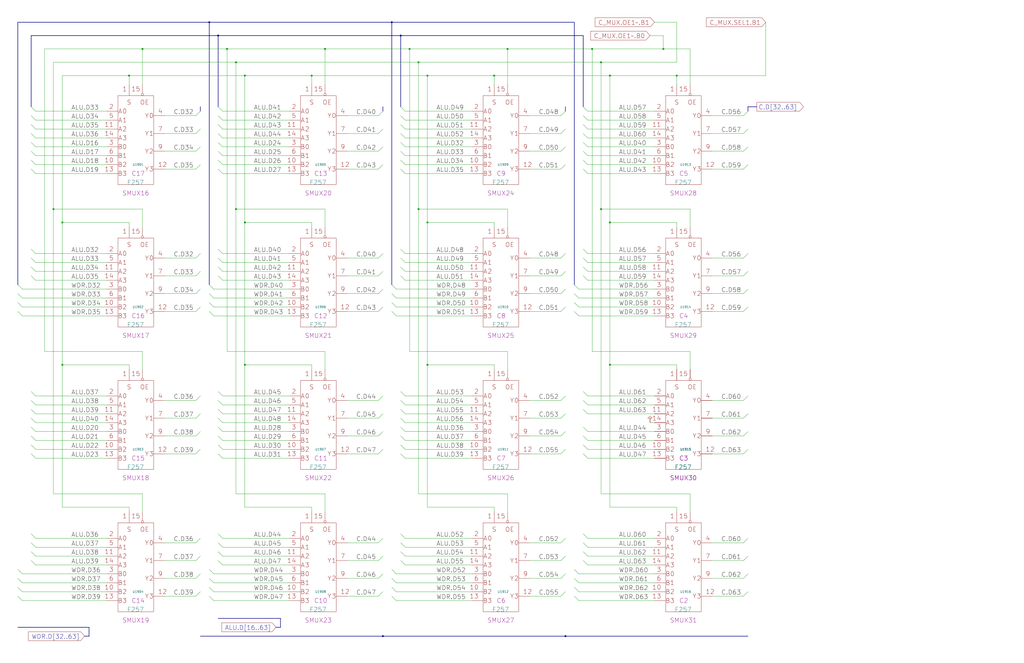
<source format=kicad_sch>
(kicad_sch (version 20210621) (generator eeschema)
  (paper "User" 584.2 378.46)
  (title_block (title "SHIFT MUX\\nLEAST SIGNIFICANT BITS") (date "22-MAR-90") (rev "1.0") (comment 1 "VALUE") (comment 2 "232-003063") (comment 3 "S400") (comment 4 "RELEASED"))
  (lib_symbols
    (symbol "r1000:F257" (pin_numbers hide) (pin_names (offset 1.016) hide)
      (property "Reference" "U" (at 2.54 5.08 0))
      (property "Value" "F257" (at -3.81 -5.08 0))
      (property "Location" "___" (at -1.27 0 0))
      (property "Name" "______" (at 1.27 -12.7 0))
      (symbol "F257_1_1"
        (text "0" (at -12.7 7.62 0) (effects (font (size 2.54 2.54))))
        (text "0" (at -5.08 15.24 0) (effects (font (size 2.54 2.54))))
        (text "0" (at -5.08 35.56 0) (effects (font (size 2.54 2.54))))
        (text "0" (at 10.16 33.02 0) (effects (font (size 2.54 2.54))))
        (text "1" (at -15.24 2.54 0) (effects (font (size 2.54 2.54))))
        (text "1" (at -15.24 7.62 0) (effects (font (size 2.54 2.54))))
        (text "1" (at -15.24 22.86 0) (effects (font (size 2.54 2.54))))
        (text "1" (at -15.24 27.94 0) (effects (font (size 2.54 2.54))))
        (text "1" (at -12.7 27.94 0) (effects (font (size 2.54 2.54))))
        (text "1" (at -5.08 10.16 0) (effects (font (size 2.54 2.54))))
        (text "1" (at -5.08 30.48 0) (effects (font (size 2.54 2.54))))
        (text "1" (at -5.08 48.26 0) (effects (font (size 2.54 2.54))))
        (text "1" (at 0 48.26 0) (effects (font (size 2.54 2.54))))
        (text "1" (at 10.16 22.86 0) (effects (font (size 2.54 2.54))))
        (text "1" (at 15.24 5.08 0) (effects (font (size 2.54 2.54))))
        (text "2" (at -12.7 38.1 0) (effects (font (size 2.54 2.54))))
        (text "2" (at -5.08 5.08 0) (effects (font (size 2.54 2.54))))
        (text "2" (at -5.08 25.4 0) (effects (font (size 2.54 2.54))))
        (text "2" (at 10.16 12.7 0) (effects (font (size 2.54 2.54))))
        (text "2" (at 17.78 5.08 0) (effects (font (size 2.54 2.54))))
        (text "3" (at -12.7 2.54 0) (effects (font (size 2.54 2.54))))
        (text "3" (at -12.7 17.78 0) (effects (font (size 2.54 2.54))))
        (text "3" (at -5.08 0 0) (effects (font (size 2.54 2.54))))
        (text "3" (at -5.08 20.32 0) (effects (font (size 2.54 2.54))))
        (text "3" (at 10.16 2.54 0) (effects (font (size 2.54 2.54))))
        (text "4" (at -12.7 22.86 0) (effects (font (size 2.54 2.54))))
        (text "4" (at 15.24 35.56 0) (effects (font (size 2.54 2.54))))
        (text "5" (at -12.7 33.02 0) (effects (font (size 2.54 2.54))))
        (text "5" (at 2.54 48.26 0) (effects (font (size 2.54 2.54))))
        (text "6" (at -12.7 12.7 0) (effects (font (size 2.54 2.54))))
        (text "7" (at 15.24 25.4 0) (effects (font (size 2.54 2.54))))
        (text "9" (at 15.24 15.24 0) (effects (font (size 2.54 2.54))))
        (text "A" (at -7.62 20.32 0) (effects (font (size 2.54 2.54))))
        (text "A" (at -7.62 25.4 0) (effects (font (size 2.54 2.54))))
        (text "A" (at -7.62 30.48 0) (effects (font (size 2.54 2.54))))
        (text "A" (at -7.62 35.56 0) (effects (font (size 2.54 2.54))))
        (text "B" (at -7.62 0 0) (effects (font (size 2.54 2.54))))
        (text "B" (at -7.62 5.08 0) (effects (font (size 2.54 2.54))))
        (text "B" (at -7.62 10.16 0) (effects (font (size 2.54 2.54))))
        (text "B" (at -7.62 15.24 0) (effects (font (size 2.54 2.54))))
        (text "E" (at 7.62 40.64 0) (effects (font (size 2.54 2.54))))
        (text "O" (at 5.08 40.64 0) (effects (font (size 2.54 2.54))))
        (text "S" (at -2.54 40.64 0) (effects (font (size 2.54 2.54))))
        (text "Y" (at 7.62 2.54 0) (effects (font (size 2.54 2.54))))
        (text "Y" (at 7.62 12.7 0) (effects (font (size 2.54 2.54))))
        (text "Y" (at 7.62 22.86 0) (effects (font (size 2.54 2.54))))
        (text "Y" (at 7.62 33.02 0) (effects (font (size 2.54 2.54))))
        (pin input line (at -2.54 50.8 270) (length 6.35) (name "S") (number "1"))
        (pin input line (at -15.24 5.08 0) (length 6.35) (name "B2") (number "10"))
        (pin input line (at -15.24 25.4 0) (length 6.35) (name "A2") (number "11"))
        (pin tri_state line (at 17.78 2.54 180) (length 6.35) (name "Y3") (number "12"))
        (pin input line (at -15.24 0 0) (length 6.35) (name "B3") (number "13"))
        (pin input line (at -15.24 20.32 0) (length 6.35) (name "A3") (number "14"))
        (pin input line (at 5.08 50.8 270) (length 5.08) (name "OE_") (number "15"))
        (pin input line (at -15.24 35.56 0) (length 6.35) (name "A0") (number "2"))
        (pin input line (at -15.24 15.24 0) (length 6.35) (name "B0") (number "3"))
        (pin tri_state line (at 17.78 33.02 180) (length 6.35) (name "Y0") (number "4"))
        (pin input line (at -15.24 30.48 0) (length 6.35) (name "A1") (number "5"))
        (pin input line (at -15.24 10.16 0) (length 6.35) (name "B1") (number "6"))
        (pin tri_state line (at 17.78 22.86 180) (length 6.35) (name "Y1") (number "7"))
        (pin tri_state line (at 17.78 12.7 180) (length 6.35) (name "Y2") (number "9"))
      )
    )
    (symbol "r1000:PU" (power) (pin_numbers hide) (pin_names hide)
      (symbol "PU_1_1"
        (pin power_in line (at 0 0 90) (length 2.54) (name "PU") (number "1"))
      )
    )
  )
  (junction (at 30.48 119.38))
  (junction (at 35.56 127))
  (junction (at 35.56 208.28))
  (junction (at 73.66 43.18))
  (junction (at 81.28 27.94))
  (junction (at 129.54 27.94))
  (junction (at 134.62 35.56))
  (junction (at 134.62 119.38))
  (junction (at 139.7 43.18))
  (junction (at 139.7 127))
  (junction (at 139.7 208.28))
  (junction (at 177.8 43.18))
  (junction (at 185.42 27.94))
  (junction (at 233.68 27.94))
  (junction (at 238.76 35.56))
  (junction (at 238.76 119.38))
  (junction (at 243.84 43.18))
  (junction (at 243.84 127))
  (junction (at 243.84 208.28))
  (junction (at 281.94 43.18))
  (junction (at 289.56 27.94))
  (junction (at 337.82 27.94))
  (junction (at 342.9 35.56))
  (junction (at 342.9 119.38))
  (junction (at 347.98 43.18))
  (junction (at 347.98 127))
  (junction (at 347.98 208.28))
  (junction (at 378.46 27.94))
  (junction (at 386.08 43.18))
  (junction (at 119.38 12.7))
  (junction (at 124.46 20.32))
  (junction (at 218.44 363.22))
  (junction (at 223.52 12.7))
  (junction (at 228.6 20.32))
  (junction (at 322.58 363.22))
  (bus_entry (at 10.16 162.56) (size 2.54 2.54))
  (bus_entry (at 10.16 167.64) (size 2.54 2.54))
  (bus_entry (at 10.16 172.72) (size 2.54 2.54))
  (bus_entry (at 10.16 177.8) (size 2.54 2.54))
  (bus_entry (at 10.16 325.12) (size 2.54 2.54))
  (bus_entry (at 10.16 330.2) (size 2.54 2.54))
  (bus_entry (at 10.16 335.28) (size 2.54 2.54))
  (bus_entry (at 10.16 340.36) (size 2.54 2.54))
  (bus_entry (at 17.78 60.96) (size 2.54 2.54))
  (bus_entry (at 17.78 66.04) (size 2.54 2.54))
  (bus_entry (at 17.78 71.12) (size 2.54 2.54))
  (bus_entry (at 17.78 76.2) (size 2.54 2.54))
  (bus_entry (at 17.78 81.28) (size 2.54 2.54))
  (bus_entry (at 17.78 86.36) (size 2.54 2.54))
  (bus_entry (at 17.78 91.44) (size 2.54 2.54))
  (bus_entry (at 17.78 96.52) (size 2.54 2.54))
  (bus_entry (at 17.78 142.24) (size 2.54 2.54))
  (bus_entry (at 17.78 147.32) (size 2.54 2.54))
  (bus_entry (at 17.78 152.4) (size 2.54 2.54))
  (bus_entry (at 17.78 157.48) (size 2.54 2.54))
  (bus_entry (at 17.78 223.52) (size 2.54 2.54))
  (bus_entry (at 17.78 228.6) (size 2.54 2.54))
  (bus_entry (at 17.78 233.68) (size 2.54 2.54))
  (bus_entry (at 17.78 238.76) (size 2.54 2.54))
  (bus_entry (at 17.78 243.84) (size 2.54 2.54))
  (bus_entry (at 17.78 248.92) (size 2.54 2.54))
  (bus_entry (at 17.78 254) (size 2.54 2.54))
  (bus_entry (at 17.78 259.08) (size 2.54 2.54))
  (bus_entry (at 17.78 304.8) (size 2.54 2.54))
  (bus_entry (at 17.78 309.88) (size 2.54 2.54))
  (bus_entry (at 17.78 314.96) (size 2.54 2.54))
  (bus_entry (at 17.78 320.04) (size 2.54 2.54))
  (bus_entry (at 114.3 63.5) (size -2.54 2.54))
  (bus_entry (at 114.3 73.66) (size -2.54 2.54))
  (bus_entry (at 114.3 83.82) (size -2.54 2.54))
  (bus_entry (at 114.3 93.98) (size -2.54 2.54))
  (bus_entry (at 114.3 144.78) (size -2.54 2.54))
  (bus_entry (at 114.3 154.94) (size -2.54 2.54))
  (bus_entry (at 114.3 165.1) (size -2.54 2.54))
  (bus_entry (at 114.3 175.26) (size -2.54 2.54))
  (bus_entry (at 114.3 226.06) (size -2.54 2.54))
  (bus_entry (at 114.3 236.22) (size -2.54 2.54))
  (bus_entry (at 114.3 246.38) (size -2.54 2.54))
  (bus_entry (at 114.3 256.54) (size -2.54 2.54))
  (bus_entry (at 114.3 307.34) (size -2.54 2.54))
  (bus_entry (at 114.3 317.5) (size -2.54 2.54))
  (bus_entry (at 114.3 327.66) (size -2.54 2.54))
  (bus_entry (at 114.3 337.82) (size -2.54 2.54))
  (bus_entry (at 119.38 162.56) (size 2.54 2.54))
  (bus_entry (at 119.38 167.64) (size 2.54 2.54))
  (bus_entry (at 119.38 172.72) (size 2.54 2.54))
  (bus_entry (at 119.38 177.8) (size 2.54 2.54))
  (bus_entry (at 119.38 325.12) (size 2.54 2.54))
  (bus_entry (at 119.38 330.2) (size 2.54 2.54))
  (bus_entry (at 119.38 335.28) (size 2.54 2.54))
  (bus_entry (at 119.38 340.36) (size 2.54 2.54))
  (bus_entry (at 124.46 60.96) (size 2.54 2.54))
  (bus_entry (at 124.46 66.04) (size 2.54 2.54))
  (bus_entry (at 124.46 71.12) (size 2.54 2.54))
  (bus_entry (at 124.46 76.2) (size 2.54 2.54))
  (bus_entry (at 124.46 81.28) (size 2.54 2.54))
  (bus_entry (at 124.46 86.36) (size 2.54 2.54))
  (bus_entry (at 124.46 91.44) (size 2.54 2.54))
  (bus_entry (at 124.46 96.52) (size 2.54 2.54))
  (bus_entry (at 124.46 142.24) (size 2.54 2.54))
  (bus_entry (at 124.46 147.32) (size 2.54 2.54))
  (bus_entry (at 124.46 152.4) (size 2.54 2.54))
  (bus_entry (at 124.46 157.48) (size 2.54 2.54))
  (bus_entry (at 124.46 223.52) (size 2.54 2.54))
  (bus_entry (at 124.46 228.6) (size 2.54 2.54))
  (bus_entry (at 124.46 233.68) (size 2.54 2.54))
  (bus_entry (at 124.46 238.76) (size 2.54 2.54))
  (bus_entry (at 124.46 243.84) (size 2.54 2.54))
  (bus_entry (at 124.46 248.92) (size 2.54 2.54))
  (bus_entry (at 124.46 254) (size 2.54 2.54))
  (bus_entry (at 124.46 259.08) (size 2.54 2.54))
  (bus_entry (at 124.46 304.8) (size 2.54 2.54))
  (bus_entry (at 124.46 309.88) (size 2.54 2.54))
  (bus_entry (at 124.46 314.96) (size 2.54 2.54))
  (bus_entry (at 124.46 320.04) (size 2.54 2.54))
  (bus_entry (at 218.44 63.5) (size -2.54 2.54))
  (bus_entry (at 218.44 73.66) (size -2.54 2.54))
  (bus_entry (at 218.44 83.82) (size -2.54 2.54))
  (bus_entry (at 218.44 93.98) (size -2.54 2.54))
  (bus_entry (at 218.44 144.78) (size -2.54 2.54))
  (bus_entry (at 218.44 154.94) (size -2.54 2.54))
  (bus_entry (at 218.44 165.1) (size -2.54 2.54))
  (bus_entry (at 218.44 175.26) (size -2.54 2.54))
  (bus_entry (at 218.44 226.06) (size -2.54 2.54))
  (bus_entry (at 218.44 236.22) (size -2.54 2.54))
  (bus_entry (at 218.44 246.38) (size -2.54 2.54))
  (bus_entry (at 218.44 256.54) (size -2.54 2.54))
  (bus_entry (at 218.44 307.34) (size -2.54 2.54))
  (bus_entry (at 218.44 317.5) (size -2.54 2.54))
  (bus_entry (at 218.44 327.66) (size -2.54 2.54))
  (bus_entry (at 218.44 337.82) (size -2.54 2.54))
  (bus_entry (at 223.52 162.56) (size 2.54 2.54))
  (bus_entry (at 223.52 167.64) (size 2.54 2.54))
  (bus_entry (at 223.52 172.72) (size 2.54 2.54))
  (bus_entry (at 223.52 177.8) (size 2.54 2.54))
  (bus_entry (at 223.52 325.12) (size 2.54 2.54))
  (bus_entry (at 223.52 330.2) (size 2.54 2.54))
  (bus_entry (at 223.52 335.28) (size 2.54 2.54))
  (bus_entry (at 223.52 340.36) (size 2.54 2.54))
  (bus_entry (at 228.6 60.96) (size 2.54 2.54))
  (bus_entry (at 228.6 66.04) (size 2.54 2.54))
  (bus_entry (at 228.6 71.12) (size 2.54 2.54))
  (bus_entry (at 228.6 76.2) (size 2.54 2.54))
  (bus_entry (at 228.6 81.28) (size 2.54 2.54))
  (bus_entry (at 228.6 86.36) (size 2.54 2.54))
  (bus_entry (at 228.6 91.44) (size 2.54 2.54))
  (bus_entry (at 228.6 96.52) (size 2.54 2.54))
  (bus_entry (at 228.6 142.24) (size 2.54 2.54))
  (bus_entry (at 228.6 147.32) (size 2.54 2.54))
  (bus_entry (at 228.6 152.4) (size 2.54 2.54))
  (bus_entry (at 228.6 157.48) (size 2.54 2.54))
  (bus_entry (at 228.6 223.52) (size 2.54 2.54))
  (bus_entry (at 228.6 228.6) (size 2.54 2.54))
  (bus_entry (at 228.6 233.68) (size 2.54 2.54))
  (bus_entry (at 228.6 238.76) (size 2.54 2.54))
  (bus_entry (at 228.6 243.84) (size 2.54 2.54))
  (bus_entry (at 228.6 248.92) (size 2.54 2.54))
  (bus_entry (at 228.6 254) (size 2.54 2.54))
  (bus_entry (at 228.6 259.08) (size 2.54 2.54))
  (bus_entry (at 228.6 304.8) (size 2.54 2.54))
  (bus_entry (at 228.6 309.88) (size 2.54 2.54))
  (bus_entry (at 228.6 314.96) (size 2.54 2.54))
  (bus_entry (at 228.6 320.04) (size 2.54 2.54))
  (bus_entry (at 322.58 63.5) (size -2.54 2.54))
  (bus_entry (at 322.58 73.66) (size -2.54 2.54))
  (bus_entry (at 322.58 83.82) (size -2.54 2.54))
  (bus_entry (at 322.58 93.98) (size -2.54 2.54))
  (bus_entry (at 322.58 144.78) (size -2.54 2.54))
  (bus_entry (at 322.58 154.94) (size -2.54 2.54))
  (bus_entry (at 322.58 165.1) (size -2.54 2.54))
  (bus_entry (at 322.58 175.26) (size -2.54 2.54))
  (bus_entry (at 322.58 226.06) (size -2.54 2.54))
  (bus_entry (at 322.58 236.22) (size -2.54 2.54))
  (bus_entry (at 322.58 246.38) (size -2.54 2.54))
  (bus_entry (at 322.58 256.54) (size -2.54 2.54))
  (bus_entry (at 322.58 307.34) (size -2.54 2.54))
  (bus_entry (at 322.58 317.5) (size -2.54 2.54))
  (bus_entry (at 322.58 327.66) (size -2.54 2.54))
  (bus_entry (at 322.58 337.82) (size -2.54 2.54))
  (bus_entry (at 327.66 162.56) (size 2.54 2.54))
  (bus_entry (at 327.66 167.64) (size 2.54 2.54))
  (bus_entry (at 327.66 172.72) (size 2.54 2.54))
  (bus_entry (at 327.66 177.8) (size 2.54 2.54))
  (bus_entry (at 327.66 325.12) (size 2.54 2.54))
  (bus_entry (at 327.66 330.2) (size 2.54 2.54))
  (bus_entry (at 327.66 335.28) (size 2.54 2.54))
  (bus_entry (at 327.66 340.36) (size 2.54 2.54))
  (bus_entry (at 332.74 60.96) (size 2.54 2.54))
  (bus_entry (at 332.74 66.04) (size 2.54 2.54))
  (bus_entry (at 332.74 71.12) (size 2.54 2.54))
  (bus_entry (at 332.74 76.2) (size 2.54 2.54))
  (bus_entry (at 332.74 81.28) (size 2.54 2.54))
  (bus_entry (at 332.74 86.36) (size 2.54 2.54))
  (bus_entry (at 332.74 91.44) (size 2.54 2.54))
  (bus_entry (at 332.74 96.52) (size 2.54 2.54))
  (bus_entry (at 332.74 142.24) (size 2.54 2.54))
  (bus_entry (at 332.74 147.32) (size 2.54 2.54))
  (bus_entry (at 332.74 152.4) (size 2.54 2.54))
  (bus_entry (at 332.74 157.48) (size 2.54 2.54))
  (bus_entry (at 332.74 223.52) (size 2.54 2.54))
  (bus_entry (at 332.74 228.6) (size 2.54 2.54))
  (bus_entry (at 332.74 233.68) (size 2.54 2.54))
  (bus_entry (at 332.74 243.84) (size 2.54 2.54))
  (bus_entry (at 332.74 248.92) (size 2.54 2.54))
  (bus_entry (at 332.74 254) (size 2.54 2.54))
  (bus_entry (at 332.74 259.08) (size 2.54 2.54))
  (bus_entry (at 332.74 304.8) (size 2.54 2.54))
  (bus_entry (at 332.74 309.88) (size 2.54 2.54))
  (bus_entry (at 332.74 314.96) (size 2.54 2.54))
  (bus_entry (at 332.74 320.04) (size 2.54 2.54))
  (bus_entry (at 426.72 63.5) (size -2.54 2.54))
  (bus_entry (at 426.72 73.66) (size -2.54 2.54))
  (bus_entry (at 426.72 83.82) (size -2.54 2.54))
  (bus_entry (at 426.72 93.98) (size -2.54 2.54))
  (bus_entry (at 426.72 144.78) (size -2.54 2.54))
  (bus_entry (at 426.72 154.94) (size -2.54 2.54))
  (bus_entry (at 426.72 165.1) (size -2.54 2.54))
  (bus_entry (at 426.72 175.26) (size -2.54 2.54))
  (bus_entry (at 426.72 226.06) (size -2.54 2.54))
  (bus_entry (at 426.72 236.22) (size -2.54 2.54))
  (bus_entry (at 426.72 246.38) (size -2.54 2.54))
  (bus_entry (at 426.72 256.54) (size -2.54 2.54))
  (bus_entry (at 426.72 307.34) (size -2.54 2.54))
  (bus_entry (at 426.72 317.5) (size -2.54 2.54))
  (bus_entry (at 426.72 327.66) (size -2.54 2.54))
  (bus_entry (at 426.72 337.82) (size -2.54 2.54))
  (wire (pts (xy 12.7 165.1) (xy 60.96 165.1)))
  (wire (pts (xy 12.7 170.18) (xy 60.96 170.18)))
  (wire (pts (xy 12.7 175.26) (xy 60.96 175.26)))
  (wire (pts (xy 12.7 180.34) (xy 60.96 180.34)))
  (wire (pts (xy 12.7 327.66) (xy 60.96 327.66)))
  (wire (pts (xy 12.7 332.74) (xy 60.96 332.74)))
  (wire (pts (xy 12.7 337.82) (xy 60.96 337.82)))
  (wire (pts (xy 12.7 342.9) (xy 60.96 342.9)))
  (wire (pts (xy 20.32 63.5) (xy 60.96 63.5)))
  (wire (pts (xy 20.32 68.58) (xy 60.96 68.58)))
  (wire (pts (xy 20.32 73.66) (xy 60.96 73.66)))
  (wire (pts (xy 20.32 78.74) (xy 60.96 78.74)))
  (wire (pts (xy 20.32 83.82) (xy 60.96 83.82)))
  (wire (pts (xy 20.32 88.9) (xy 60.96 88.9)))
  (wire (pts (xy 20.32 93.98) (xy 60.96 93.98)))
  (wire (pts (xy 20.32 99.06) (xy 60.96 99.06)))
  (wire (pts (xy 20.32 144.78) (xy 60.96 144.78)))
  (wire (pts (xy 20.32 149.86) (xy 60.96 149.86)))
  (wire (pts (xy 20.32 154.94) (xy 60.96 154.94)))
  (wire (pts (xy 20.32 160.02) (xy 60.96 160.02)))
  (wire (pts (xy 20.32 226.06) (xy 60.96 226.06)))
  (wire (pts (xy 20.32 231.14) (xy 60.96 231.14)))
  (wire (pts (xy 20.32 236.22) (xy 60.96 236.22)))
  (wire (pts (xy 20.32 241.3) (xy 60.96 241.3)))
  (wire (pts (xy 20.32 246.38) (xy 60.96 246.38)))
  (wire (pts (xy 20.32 251.46) (xy 60.96 251.46)))
  (wire (pts (xy 20.32 256.54) (xy 60.96 256.54)))
  (wire (pts (xy 20.32 261.62) (xy 60.96 261.62)))
  (wire (pts (xy 20.32 307.34) (xy 60.96 307.34)))
  (wire (pts (xy 20.32 312.42) (xy 60.96 312.42)))
  (wire (pts (xy 20.32 317.5) (xy 60.96 317.5)))
  (wire (pts (xy 20.32 322.58) (xy 60.96 322.58)))
  (wire (pts (xy 25.4 27.94) (xy 81.28 27.94)))
  (wire (pts (xy 25.4 200.66) (xy 25.4 27.94)))
  (wire (pts (xy 25.4 200.66) (xy 81.28 200.66)))
  (wire (pts (xy 30.48 35.56) (xy 134.62 35.56)))
  (wire (pts (xy 30.48 119.38) (xy 30.48 35.56)))
  (wire (pts (xy 30.48 119.38) (xy 81.28 119.38)))
  (wire (pts (xy 30.48 281.94) (xy 30.48 119.38)))
  (wire (pts (xy 30.48 281.94) (xy 81.28 281.94)))
  (wire (pts (xy 35.56 43.18) (xy 35.56 127)))
  (wire (pts (xy 35.56 127) (xy 35.56 208.28)))
  (wire (pts (xy 35.56 127) (xy 73.66 127)))
  (wire (pts (xy 35.56 208.28) (xy 35.56 289.56)))
  (wire (pts (xy 35.56 208.28) (xy 73.66 208.28)))
  (wire (pts (xy 35.56 289.56) (xy 73.66 289.56)))
  (wire (pts (xy 73.66 43.18) (xy 35.56 43.18)))
  (wire (pts (xy 73.66 43.18) (xy 73.66 48.26)))
  (wire (pts (xy 73.66 129.54) (xy 73.66 127)))
  (wire (pts (xy 73.66 210.82) (xy 73.66 208.28)))
  (wire (pts (xy 73.66 292.1) (xy 73.66 289.56)))
  (wire (pts (xy 81.28 27.94) (xy 81.28 48.26)))
  (wire (pts (xy 81.28 27.94) (xy 129.54 27.94)))
  (wire (pts (xy 81.28 129.54) (xy 81.28 119.38)))
  (wire (pts (xy 81.28 210.82) (xy 81.28 200.66)))
  (wire (pts (xy 81.28 292.1) (xy 81.28 281.94)))
  (wire (pts (xy 93.98 66.04) (xy 111.76 66.04)))
  (wire (pts (xy 93.98 76.2) (xy 111.76 76.2)))
  (wire (pts (xy 93.98 86.36) (xy 111.76 86.36)))
  (wire (pts (xy 93.98 96.52) (xy 111.76 96.52)))
  (wire (pts (xy 93.98 147.32) (xy 111.76 147.32)))
  (wire (pts (xy 93.98 157.48) (xy 111.76 157.48)))
  (wire (pts (xy 93.98 167.64) (xy 111.76 167.64)))
  (wire (pts (xy 93.98 177.8) (xy 111.76 177.8)))
  (wire (pts (xy 93.98 228.6) (xy 111.76 228.6)))
  (wire (pts (xy 93.98 238.76) (xy 111.76 238.76)))
  (wire (pts (xy 93.98 248.92) (xy 111.76 248.92)))
  (wire (pts (xy 93.98 259.08) (xy 111.76 259.08)))
  (wire (pts (xy 93.98 309.88) (xy 111.76 309.88)))
  (wire (pts (xy 93.98 320.04) (xy 111.76 320.04)))
  (wire (pts (xy 93.98 330.2) (xy 111.76 330.2)))
  (wire (pts (xy 93.98 340.36) (xy 111.76 340.36)))
  (wire (pts (xy 121.92 165.1) (xy 165.1 165.1)))
  (wire (pts (xy 121.92 170.18) (xy 165.1 170.18)))
  (wire (pts (xy 121.92 175.26) (xy 165.1 175.26)))
  (wire (pts (xy 121.92 180.34) (xy 165.1 180.34)))
  (wire (pts (xy 121.92 327.66) (xy 165.1 327.66)))
  (wire (pts (xy 121.92 332.74) (xy 165.1 332.74)))
  (wire (pts (xy 121.92 337.82) (xy 165.1 337.82)))
  (wire (pts (xy 121.92 342.9) (xy 165.1 342.9)))
  (wire (pts (xy 127 63.5) (xy 165.1 63.5)))
  (wire (pts (xy 127 68.58) (xy 165.1 68.58)))
  (wire (pts (xy 127 73.66) (xy 165.1 73.66)))
  (wire (pts (xy 127 78.74) (xy 165.1 78.74)))
  (wire (pts (xy 127 83.82) (xy 165.1 83.82)))
  (wire (pts (xy 127 88.9) (xy 165.1 88.9)))
  (wire (pts (xy 127 93.98) (xy 165.1 93.98)))
  (wire (pts (xy 127 99.06) (xy 165.1 99.06)))
  (wire (pts (xy 127 144.78) (xy 165.1 144.78)))
  (wire (pts (xy 127 149.86) (xy 165.1 149.86)))
  (wire (pts (xy 127 154.94) (xy 165.1 154.94)))
  (wire (pts (xy 127 160.02) (xy 165.1 160.02)))
  (wire (pts (xy 127 226.06) (xy 165.1 226.06)))
  (wire (pts (xy 127 231.14) (xy 165.1 231.14)))
  (wire (pts (xy 127 236.22) (xy 165.1 236.22)))
  (wire (pts (xy 127 241.3) (xy 165.1 241.3)))
  (wire (pts (xy 127 246.38) (xy 165.1 246.38)))
  (wire (pts (xy 127 251.46) (xy 165.1 251.46)))
  (wire (pts (xy 127 256.54) (xy 165.1 256.54)))
  (wire (pts (xy 127 261.62) (xy 165.1 261.62)))
  (wire (pts (xy 127 307.34) (xy 165.1 307.34)))
  (wire (pts (xy 127 312.42) (xy 165.1 312.42)))
  (wire (pts (xy 127 317.5) (xy 165.1 317.5)))
  (wire (pts (xy 127 322.58) (xy 165.1 322.58)))
  (wire (pts (xy 129.54 27.94) (xy 129.54 200.66)))
  (wire (pts (xy 129.54 27.94) (xy 185.42 27.94)))
  (wire (pts (xy 129.54 200.66) (xy 185.42 200.66)))
  (wire (pts (xy 134.62 35.56) (xy 134.62 119.38)))
  (wire (pts (xy 134.62 35.56) (xy 238.76 35.56)))
  (wire (pts (xy 134.62 119.38) (xy 134.62 281.94)))
  (wire (pts (xy 134.62 119.38) (xy 185.42 119.38)))
  (wire (pts (xy 134.62 281.94) (xy 185.42 281.94)))
  (wire (pts (xy 139.7 43.18) (xy 73.66 43.18)))
  (wire (pts (xy 139.7 43.18) (xy 139.7 127)))
  (wire (pts (xy 139.7 127) (xy 139.7 208.28)))
  (wire (pts (xy 139.7 127) (xy 177.8 127)))
  (wire (pts (xy 139.7 208.28) (xy 139.7 289.56)))
  (wire (pts (xy 139.7 208.28) (xy 177.8 208.28)))
  (wire (pts (xy 139.7 289.56) (xy 177.8 289.56)))
  (wire (pts (xy 177.8 43.18) (xy 139.7 43.18)))
  (wire (pts (xy 177.8 43.18) (xy 177.8 48.26)))
  (wire (pts (xy 177.8 129.54) (xy 177.8 127)))
  (wire (pts (xy 177.8 210.82) (xy 177.8 208.28)))
  (wire (pts (xy 177.8 292.1) (xy 177.8 289.56)))
  (wire (pts (xy 185.42 27.94) (xy 185.42 48.26)))
  (wire (pts (xy 185.42 27.94) (xy 233.68 27.94)))
  (wire (pts (xy 185.42 129.54) (xy 185.42 119.38)))
  (wire (pts (xy 185.42 210.82) (xy 185.42 200.66)))
  (wire (pts (xy 185.42 292.1) (xy 185.42 281.94)))
  (wire (pts (xy 198.12 66.04) (xy 215.9 66.04)))
  (wire (pts (xy 198.12 76.2) (xy 215.9 76.2)))
  (wire (pts (xy 198.12 86.36) (xy 215.9 86.36)))
  (wire (pts (xy 198.12 96.52) (xy 215.9 96.52)))
  (wire (pts (xy 198.12 147.32) (xy 215.9 147.32)))
  (wire (pts (xy 198.12 157.48) (xy 215.9 157.48)))
  (wire (pts (xy 198.12 167.64) (xy 215.9 167.64)))
  (wire (pts (xy 198.12 177.8) (xy 215.9 177.8)))
  (wire (pts (xy 198.12 228.6) (xy 215.9 228.6)))
  (wire (pts (xy 198.12 238.76) (xy 215.9 238.76)))
  (wire (pts (xy 198.12 248.92) (xy 215.9 248.92)))
  (wire (pts (xy 198.12 259.08) (xy 215.9 259.08)))
  (wire (pts (xy 198.12 309.88) (xy 215.9 309.88)))
  (wire (pts (xy 198.12 320.04) (xy 215.9 320.04)))
  (wire (pts (xy 198.12 330.2) (xy 215.9 330.2)))
  (wire (pts (xy 198.12 340.36) (xy 215.9 340.36)))
  (wire (pts (xy 226.06 165.1) (xy 269.24 165.1)))
  (wire (pts (xy 226.06 170.18) (xy 269.24 170.18)))
  (wire (pts (xy 226.06 175.26) (xy 269.24 175.26)))
  (wire (pts (xy 226.06 180.34) (xy 269.24 180.34)))
  (wire (pts (xy 226.06 327.66) (xy 269.24 327.66)))
  (wire (pts (xy 226.06 332.74) (xy 269.24 332.74)))
  (wire (pts (xy 226.06 337.82) (xy 269.24 337.82)))
  (wire (pts (xy 226.06 342.9) (xy 269.24 342.9)))
  (wire (pts (xy 231.14 63.5) (xy 269.24 63.5)))
  (wire (pts (xy 231.14 68.58) (xy 269.24 68.58)))
  (wire (pts (xy 231.14 73.66) (xy 269.24 73.66)))
  (wire (pts (xy 231.14 78.74) (xy 269.24 78.74)))
  (wire (pts (xy 231.14 83.82) (xy 269.24 83.82)))
  (wire (pts (xy 231.14 88.9) (xy 269.24 88.9)))
  (wire (pts (xy 231.14 93.98) (xy 269.24 93.98)))
  (wire (pts (xy 231.14 99.06) (xy 269.24 99.06)))
  (wire (pts (xy 231.14 144.78) (xy 269.24 144.78)))
  (wire (pts (xy 231.14 149.86) (xy 269.24 149.86)))
  (wire (pts (xy 231.14 154.94) (xy 269.24 154.94)))
  (wire (pts (xy 231.14 160.02) (xy 269.24 160.02)))
  (wire (pts (xy 231.14 226.06) (xy 269.24 226.06)))
  (wire (pts (xy 231.14 231.14) (xy 269.24 231.14)))
  (wire (pts (xy 231.14 236.22) (xy 269.24 236.22)))
  (wire (pts (xy 231.14 241.3) (xy 269.24 241.3)))
  (wire (pts (xy 231.14 246.38) (xy 269.24 246.38)))
  (wire (pts (xy 231.14 251.46) (xy 269.24 251.46)))
  (wire (pts (xy 231.14 256.54) (xy 269.24 256.54)))
  (wire (pts (xy 231.14 261.62) (xy 269.24 261.62)))
  (wire (pts (xy 231.14 307.34) (xy 269.24 307.34)))
  (wire (pts (xy 231.14 312.42) (xy 269.24 312.42)))
  (wire (pts (xy 231.14 317.5) (xy 269.24 317.5)))
  (wire (pts (xy 231.14 322.58) (xy 269.24 322.58)))
  (wire (pts (xy 233.68 27.94) (xy 233.68 200.66)))
  (wire (pts (xy 233.68 27.94) (xy 289.56 27.94)))
  (wire (pts (xy 233.68 200.66) (xy 289.56 200.66)))
  (wire (pts (xy 238.76 35.56) (xy 238.76 119.38)))
  (wire (pts (xy 238.76 35.56) (xy 342.9 35.56)))
  (wire (pts (xy 238.76 119.38) (xy 238.76 281.94)))
  (wire (pts (xy 238.76 119.38) (xy 289.56 119.38)))
  (wire (pts (xy 238.76 281.94) (xy 289.56 281.94)))
  (wire (pts (xy 243.84 43.18) (xy 177.8 43.18)))
  (wire (pts (xy 243.84 43.18) (xy 243.84 127)))
  (wire (pts (xy 243.84 127) (xy 243.84 208.28)))
  (wire (pts (xy 243.84 127) (xy 281.94 127)))
  (wire (pts (xy 243.84 208.28) (xy 243.84 289.56)))
  (wire (pts (xy 243.84 208.28) (xy 281.94 208.28)))
  (wire (pts (xy 243.84 289.56) (xy 281.94 289.56)))
  (wire (pts (xy 281.94 43.18) (xy 243.84 43.18)))
  (wire (pts (xy 281.94 43.18) (xy 281.94 48.26)))
  (wire (pts (xy 281.94 129.54) (xy 281.94 127)))
  (wire (pts (xy 281.94 210.82) (xy 281.94 208.28)))
  (wire (pts (xy 281.94 292.1) (xy 281.94 289.56)))
  (wire (pts (xy 289.56 27.94) (xy 289.56 48.26)))
  (wire (pts (xy 289.56 27.94) (xy 337.82 27.94)))
  (wire (pts (xy 289.56 129.54) (xy 289.56 119.38)))
  (wire (pts (xy 289.56 210.82) (xy 289.56 200.66)))
  (wire (pts (xy 289.56 292.1) (xy 289.56 281.94)))
  (wire (pts (xy 302.26 66.04) (xy 320.04 66.04)))
  (wire (pts (xy 302.26 76.2) (xy 320.04 76.2)))
  (wire (pts (xy 302.26 86.36) (xy 320.04 86.36)))
  (wire (pts (xy 302.26 96.52) (xy 320.04 96.52)))
  (wire (pts (xy 302.26 147.32) (xy 320.04 147.32)))
  (wire (pts (xy 302.26 157.48) (xy 320.04 157.48)))
  (wire (pts (xy 302.26 167.64) (xy 320.04 167.64)))
  (wire (pts (xy 302.26 177.8) (xy 320.04 177.8)))
  (wire (pts (xy 302.26 228.6) (xy 320.04 228.6)))
  (wire (pts (xy 302.26 238.76) (xy 320.04 238.76)))
  (wire (pts (xy 302.26 248.92) (xy 320.04 248.92)))
  (wire (pts (xy 302.26 259.08) (xy 320.04 259.08)))
  (wire (pts (xy 302.26 309.88) (xy 320.04 309.88)))
  (wire (pts (xy 302.26 320.04) (xy 320.04 320.04)))
  (wire (pts (xy 302.26 330.2) (xy 320.04 330.2)))
  (wire (pts (xy 302.26 340.36) (xy 320.04 340.36)))
  (wire (pts (xy 330.2 165.1) (xy 373.38 165.1)))
  (wire (pts (xy 330.2 170.18) (xy 373.38 170.18)))
  (wire (pts (xy 330.2 175.26) (xy 373.38 175.26)))
  (wire (pts (xy 330.2 180.34) (xy 373.38 180.34)))
  (wire (pts (xy 330.2 327.66) (xy 373.38 327.66)))
  (wire (pts (xy 330.2 332.74) (xy 373.38 332.74)))
  (wire (pts (xy 330.2 337.82) (xy 373.38 337.82)))
  (wire (pts (xy 330.2 342.9) (xy 373.38 342.9)))
  (wire (pts (xy 335.28 63.5) (xy 373.38 63.5)))
  (wire (pts (xy 335.28 68.58) (xy 373.38 68.58)))
  (wire (pts (xy 335.28 73.66) (xy 373.38 73.66)))
  (wire (pts (xy 335.28 78.74) (xy 373.38 78.74)))
  (wire (pts (xy 335.28 83.82) (xy 373.38 83.82)))
  (wire (pts (xy 335.28 88.9) (xy 373.38 88.9)))
  (wire (pts (xy 335.28 93.98) (xy 373.38 93.98)))
  (wire (pts (xy 335.28 99.06) (xy 373.38 99.06)))
  (wire (pts (xy 335.28 144.78) (xy 373.38 144.78)))
  (wire (pts (xy 335.28 149.86) (xy 373.38 149.86)))
  (wire (pts (xy 335.28 154.94) (xy 373.38 154.94)))
  (wire (pts (xy 335.28 160.02) (xy 373.38 160.02)))
  (wire (pts (xy 335.28 226.06) (xy 373.38 226.06)))
  (wire (pts (xy 335.28 231.14) (xy 373.38 231.14)))
  (wire (pts (xy 335.28 236.22) (xy 373.38 236.22)))
  (wire (pts (xy 335.28 246.38) (xy 373.38 246.38)))
  (wire (pts (xy 335.28 251.46) (xy 373.38 251.46)))
  (wire (pts (xy 335.28 256.54) (xy 373.38 256.54)))
  (wire (pts (xy 335.28 261.62) (xy 373.38 261.62)))
  (wire (pts (xy 335.28 307.34) (xy 373.38 307.34)))
  (wire (pts (xy 335.28 312.42) (xy 373.38 312.42)))
  (wire (pts (xy 335.28 317.5) (xy 373.38 317.5)))
  (wire (pts (xy 335.28 322.58) (xy 373.38 322.58)))
  (wire (pts (xy 337.82 27.94) (xy 337.82 200.66)))
  (wire (pts (xy 337.82 27.94) (xy 378.46 27.94)))
  (wire (pts (xy 337.82 200.66) (xy 393.7 200.66)))
  (wire (pts (xy 342.9 35.56) (xy 342.9 119.38)))
  (wire (pts (xy 342.9 35.56) (xy 386.08 35.56)))
  (wire (pts (xy 342.9 119.38) (xy 342.9 281.94)))
  (wire (pts (xy 342.9 119.38) (xy 393.7 119.38)))
  (wire (pts (xy 342.9 281.94) (xy 393.7 281.94)))
  (wire (pts (xy 347.98 43.18) (xy 281.94 43.18)))
  (wire (pts (xy 347.98 43.18) (xy 386.08 43.18)))
  (wire (pts (xy 347.98 127) (xy 347.98 43.18)))
  (wire (pts (xy 347.98 127) (xy 386.08 127)))
  (wire (pts (xy 347.98 208.28) (xy 347.98 127)))
  (wire (pts (xy 347.98 208.28) (xy 386.08 208.28)))
  (wire (pts (xy 347.98 289.56) (xy 347.98 208.28)))
  (wire (pts (xy 347.98 289.56) (xy 386.08 289.56)))
  (wire (pts (xy 370.84 20.32) (xy 378.46 20.32)))
  (wire (pts (xy 370.84 241.3) (xy 373.38 241.3)))
  (wire (pts (xy 373.38 12.7) (xy 386.08 12.7)))
  (wire (pts (xy 378.46 20.32) (xy 378.46 27.94)))
  (wire (pts (xy 378.46 27.94) (xy 393.7 27.94)))
  (wire (pts (xy 386.08 12.7) (xy 386.08 35.56)))
  (wire (pts (xy 386.08 43.18) (xy 386.08 48.26)))
  (wire (pts (xy 386.08 43.18) (xy 436.88 43.18)))
  (wire (pts (xy 386.08 129.54) (xy 386.08 127)))
  (wire (pts (xy 386.08 210.82) (xy 386.08 208.28)))
  (wire (pts (xy 386.08 292.1) (xy 386.08 289.56)))
  (wire (pts (xy 393.7 27.94) (xy 393.7 48.26)))
  (wire (pts (xy 393.7 129.54) (xy 393.7 119.38)))
  (wire (pts (xy 393.7 210.82) (xy 393.7 200.66)))
  (wire (pts (xy 393.7 292.1) (xy 393.7 281.94)))
  (wire (pts (xy 406.4 66.04) (xy 424.18 66.04)))
  (wire (pts (xy 406.4 76.2) (xy 424.18 76.2)))
  (wire (pts (xy 406.4 86.36) (xy 424.18 86.36)))
  (wire (pts (xy 406.4 96.52) (xy 424.18 96.52)))
  (wire (pts (xy 406.4 147.32) (xy 424.18 147.32)))
  (wire (pts (xy 406.4 157.48) (xy 424.18 157.48)))
  (wire (pts (xy 406.4 167.64) (xy 424.18 167.64)))
  (wire (pts (xy 406.4 177.8) (xy 424.18 177.8)))
  (wire (pts (xy 406.4 228.6) (xy 424.18 228.6)))
  (wire (pts (xy 406.4 238.76) (xy 424.18 238.76)))
  (wire (pts (xy 406.4 248.92) (xy 424.18 248.92)))
  (wire (pts (xy 406.4 259.08) (xy 424.18 259.08)))
  (wire (pts (xy 406.4 309.88) (xy 424.18 309.88)))
  (wire (pts (xy 406.4 320.04) (xy 424.18 320.04)))
  (wire (pts (xy 406.4 330.2) (xy 424.18 330.2)))
  (wire (pts (xy 406.4 340.36) (xy 424.18 340.36)))
  (wire (pts (xy 436.88 12.7) (xy 436.88 43.18)))
  (bus (pts (xy 10.16 12.7) (xy 10.16 358.14)))
  (bus (pts (xy 10.16 12.7) (xy 119.38 12.7)))
  (bus (pts (xy 17.78 20.32) (xy 17.78 350.52)))
  (bus (pts (xy 17.78 20.32) (xy 124.46 20.32)))
  (bus (pts (xy 48.26 363.22) (xy 50.8 363.22)))
  (bus (pts (xy 50.8 358.14) (xy 10.16 358.14)))
  (bus (pts (xy 50.8 363.22) (xy 50.8 358.14)))
  (bus (pts (xy 114.3 60.96) (xy 114.3 363.22)))
  (bus (pts (xy 114.3 363.22) (xy 218.44 363.22)))
  (bus (pts (xy 119.38 12.7) (xy 119.38 350.52)))
  (bus (pts (xy 119.38 12.7) (xy 223.52 12.7)))
  (bus (pts (xy 124.46 20.32) (xy 124.46 353.06)))
  (bus (pts (xy 124.46 20.32) (xy 228.6 20.32)))
  (bus (pts (xy 157.48 358.14) (xy 160.02 358.14)))
  (bus (pts (xy 160.02 353.06) (xy 124.46 353.06)))
  (bus (pts (xy 160.02 358.14) (xy 160.02 353.06)))
  (bus (pts (xy 218.44 60.96) (xy 218.44 363.22)))
  (bus (pts (xy 218.44 363.22) (xy 322.58 363.22)))
  (bus (pts (xy 223.52 12.7) (xy 223.52 350.52)))
  (bus (pts (xy 223.52 12.7) (xy 327.66 12.7)))
  (bus (pts (xy 228.6 20.32) (xy 228.6 350.52)))
  (bus (pts (xy 228.6 20.32) (xy 332.74 20.32)))
  (bus (pts (xy 322.58 60.96) (xy 322.58 363.22)))
  (bus (pts (xy 322.58 363.22) (xy 426.72 363.22)))
  (bus (pts (xy 327.66 12.7) (xy 327.66 350.52)))
  (bus (pts (xy 332.74 20.32) (xy 332.74 350.52)))
  (bus (pts (xy 426.72 60.96) (xy 426.72 363.22)))
  (bus (pts (xy 426.72 60.96) (xy 431.8 60.96)))
  (label "ALU.D33" (at 40.64 63.5 0) (effects (font (size 2.54 2.54))))
  (label "ALU.D34" (at 40.64 68.58 0) (effects (font (size 2.54 2.54))))
  (label "ALU.D35" (at 40.64 73.66 0) (effects (font (size 2.54 2.54))))
  (label "ALU.D36" (at 40.64 78.74 0) (effects (font (size 2.54 2.54))))
  (label "ALU.D16" (at 40.64 83.82 0) (effects (font (size 2.54 2.54))))
  (label "ALU.D17" (at 40.64 88.9 0) (effects (font (size 2.54 2.54))))
  (label "ALU.D18" (at 40.64 93.98 0) (effects (font (size 2.54 2.54))))
  (label "ALU.D19" (at 40.64 99.06 0) (effects (font (size 2.54 2.54))))
  (label "ALU.D32" (at 40.64 144.78 0) (effects (font (size 2.54 2.54))))
  (label "ALU.D33" (at 40.64 149.86 0) (effects (font (size 2.54 2.54))))
  (label "ALU.D34" (at 40.64 154.94 0) (effects (font (size 2.54 2.54))))
  (label "ALU.D35" (at 40.64 160.02 0) (effects (font (size 2.54 2.54))))
  (label "WDR.D32" (at 40.64 165.1 0) (effects (font (size 2.54 2.54))))
  (label "WDR.D33" (at 40.64 170.18 0) (effects (font (size 2.54 2.54))))
  (label "WDR.D34" (at 40.64 175.26 0) (effects (font (size 2.54 2.54))))
  (label "WDR.D35" (at 40.64 180.34 0) (effects (font (size 2.54 2.54))))
  (label "ALU.D37" (at 40.64 226.06 0) (effects (font (size 2.54 2.54))))
  (label "ALU.D38" (at 40.64 231.14 0) (effects (font (size 2.54 2.54))))
  (label "ALU.D39" (at 40.64 236.22 0) (effects (font (size 2.54 2.54))))
  (label "ALU.D40" (at 40.64 241.3 0) (effects (font (size 2.54 2.54))))
  (label "ALU.D20" (at 40.64 246.38 0) (effects (font (size 2.54 2.54))))
  (label "ALU.D21" (at 40.64 251.46 0) (effects (font (size 2.54 2.54))))
  (label "ALU.D22" (at 40.64 256.54 0) (effects (font (size 2.54 2.54))))
  (label "ALU.D23" (at 40.64 261.62 0) (effects (font (size 2.54 2.54))))
  (label "ALU.D36" (at 40.64 307.34 0) (effects (font (size 2.54 2.54))))
  (label "ALU.D37" (at 40.64 312.42 0) (effects (font (size 2.54 2.54))))
  (label "ALU.D38" (at 40.64 317.5 0) (effects (font (size 2.54 2.54))))
  (label "ALU.D39" (at 40.64 322.58 0) (effects (font (size 2.54 2.54))))
  (label "WDR.D36" (at 40.64 327.66 0) (effects (font (size 2.54 2.54))))
  (label "WDR.D37" (at 40.64 332.74 0) (effects (font (size 2.54 2.54))))
  (label "WDR.D38" (at 40.64 337.82 0) (effects (font (size 2.54 2.54))))
  (label "WDR.D39" (at 40.64 342.9 0) (effects (font (size 2.54 2.54))))
  (label "C.D32" (at 99.06 66.04 0) (effects (font (size 2.54 2.54))))
  (label "C.D33" (at 99.06 76.2 0) (effects (font (size 2.54 2.54))))
  (label "C.D34" (at 99.06 86.36 0) (effects (font (size 2.54 2.54))))
  (label "C.D35" (at 99.06 96.52 0) (effects (font (size 2.54 2.54))))
  (label "C.D32" (at 99.06 147.32 0) (effects (font (size 2.54 2.54))))
  (label "C.D33" (at 99.06 157.48 0) (effects (font (size 2.54 2.54))))
  (label "C.D34" (at 99.06 167.64 0) (effects (font (size 2.54 2.54))))
  (label "C.D35" (at 99.06 177.8 0) (effects (font (size 2.54 2.54))))
  (label "C.D36" (at 99.06 228.6 0) (effects (font (size 2.54 2.54))))
  (label "C.D37" (at 99.06 238.76 0) (effects (font (size 2.54 2.54))))
  (label "C.D38" (at 99.06 248.92 0) (effects (font (size 2.54 2.54))))
  (label "C.D39" (at 99.06 259.08 0) (effects (font (size 2.54 2.54))))
  (label "C.D36" (at 99.06 309.88 0) (effects (font (size 2.54 2.54))))
  (label "C.D37" (at 99.06 320.04 0) (effects (font (size 2.54 2.54))))
  (label "C.D38" (at 99.06 330.2 0) (effects (font (size 2.54 2.54))))
  (label "C.D39" (at 99.06 340.36 0) (effects (font (size 2.54 2.54))))
  (label "ALU.D41" (at 144.78 63.5 0) (effects (font (size 2.54 2.54))))
  (label "ALU.D42" (at 144.78 68.58 0) (effects (font (size 2.54 2.54))))
  (label "ALU.D43" (at 144.78 73.66 0) (effects (font (size 2.54 2.54))))
  (label "ALU.D44" (at 144.78 78.74 0) (effects (font (size 2.54 2.54))))
  (label "ALU.D24" (at 144.78 83.82 0) (effects (font (size 2.54 2.54))))
  (label "ALU.D25" (at 144.78 88.9 0) (effects (font (size 2.54 2.54))))
  (label "ALU.D26" (at 144.78 93.98 0) (effects (font (size 2.54 2.54))))
  (label "ALU.D27" (at 144.78 99.06 0) (effects (font (size 2.54 2.54))))
  (label "ALU.D40" (at 144.78 144.78 0) (effects (font (size 2.54 2.54))))
  (label "ALU.D41" (at 144.78 149.86 0) (effects (font (size 2.54 2.54))))
  (label "ALU.D42" (at 144.78 154.94 0) (effects (font (size 2.54 2.54))))
  (label "ALU.D43" (at 144.78 160.02 0) (effects (font (size 2.54 2.54))))
  (label "WDR.D40" (at 144.78 165.1 0) (effects (font (size 2.54 2.54))))
  (label "WDR.D41" (at 144.78 170.18 0) (effects (font (size 2.54 2.54))))
  (label "WDR.D42" (at 144.78 175.26 0) (effects (font (size 2.54 2.54))))
  (label "WDR.D43" (at 144.78 180.34 0) (effects (font (size 2.54 2.54))))
  (label "ALU.D45" (at 144.78 226.06 0) (effects (font (size 2.54 2.54))))
  (label "ALU.D46" (at 144.78 231.14 0) (effects (font (size 2.54 2.54))))
  (label "ALU.D47" (at 144.78 236.22 0) (effects (font (size 2.54 2.54))))
  (label "ALU.D48" (at 144.78 241.3 0) (effects (font (size 2.54 2.54))))
  (label "ALU.D28" (at 144.78 246.38 0) (effects (font (size 2.54 2.54))))
  (label "ALU.D29" (at 144.78 251.46 0) (effects (font (size 2.54 2.54))))
  (label "ALU.D30" (at 144.78 256.54 0) (effects (font (size 2.54 2.54))))
  (label "ALU.D31" (at 144.78 261.62 0) (effects (font (size 2.54 2.54))))
  (label "ALU.D44" (at 144.78 307.34 0) (effects (font (size 2.54 2.54))))
  (label "ALU.D45" (at 144.78 312.42 0) (effects (font (size 2.54 2.54))))
  (label "ALU.D46" (at 144.78 317.5 0) (effects (font (size 2.54 2.54))))
  (label "ALU.D47" (at 144.78 322.58 0) (effects (font (size 2.54 2.54))))
  (label "WDR.D44" (at 144.78 327.66 0) (effects (font (size 2.54 2.54))))
  (label "WDR.D45" (at 144.78 332.74 0) (effects (font (size 2.54 2.54))))
  (label "WDR.D46" (at 144.78 337.82 0) (effects (font (size 2.54 2.54))))
  (label "WDR.D47" (at 144.78 342.9 0) (effects (font (size 2.54 2.54))))
  (label "C.D40" (at 203.2 66.04 0) (effects (font (size 2.54 2.54))))
  (label "C.D41" (at 203.2 76.2 0) (effects (font (size 2.54 2.54))))
  (label "C.D42" (at 203.2 86.36 0) (effects (font (size 2.54 2.54))))
  (label "C.D43" (at 203.2 96.52 0) (effects (font (size 2.54 2.54))))
  (label "C.D40" (at 203.2 147.32 0) (effects (font (size 2.54 2.54))))
  (label "C.D41" (at 203.2 157.48 0) (effects (font (size 2.54 2.54))))
  (label "C.D42" (at 203.2 167.64 0) (effects (font (size 2.54 2.54))))
  (label "C.D43" (at 203.2 177.8 0) (effects (font (size 2.54 2.54))))
  (label "C.D44" (at 203.2 228.6 0) (effects (font (size 2.54 2.54))))
  (label "C.D45" (at 203.2 238.76 0) (effects (font (size 2.54 2.54))))
  (label "C.D46" (at 203.2 248.92 0) (effects (font (size 2.54 2.54))))
  (label "C.D47" (at 203.2 259.08 0) (effects (font (size 2.54 2.54))))
  (label "C.D44" (at 203.2 309.88 0) (effects (font (size 2.54 2.54))))
  (label "C.D45" (at 203.2 320.04 0) (effects (font (size 2.54 2.54))))
  (label "C.D46" (at 203.2 330.2 0) (effects (font (size 2.54 2.54))))
  (label "C.D47" (at 203.2 340.36 0) (effects (font (size 2.54 2.54))))
  (label "ALU.D49" (at 248.92 63.5 0) (effects (font (size 2.54 2.54))))
  (label "ALU.D50" (at 248.92 68.58 0) (effects (font (size 2.54 2.54))))
  (label "ALU.D51" (at 248.92 73.66 0) (effects (font (size 2.54 2.54))))
  (label "ALU.D52" (at 248.92 78.74 0) (effects (font (size 2.54 2.54))))
  (label "ALU.D32" (at 248.92 83.82 0) (effects (font (size 2.54 2.54))))
  (label "ALU.D33" (at 248.92 88.9 0) (effects (font (size 2.54 2.54))))
  (label "ALU.D34" (at 248.92 93.98 0) (effects (font (size 2.54 2.54))))
  (label "ALU.D35" (at 248.92 99.06 0) (effects (font (size 2.54 2.54))))
  (label "ALU.D48" (at 248.92 144.78 0) (effects (font (size 2.54 2.54))))
  (label "ALU.D49" (at 248.92 149.86 0) (effects (font (size 2.54 2.54))))
  (label "ALU.D50" (at 248.92 154.94 0) (effects (font (size 2.54 2.54))))
  (label "ALU.D51" (at 248.92 160.02 0) (effects (font (size 2.54 2.54))))
  (label "WDR.D48" (at 248.92 165.1 0) (effects (font (size 2.54 2.54))))
  (label "WDR.D49" (at 248.92 170.18 0) (effects (font (size 2.54 2.54))))
  (label "WDR.D50" (at 248.92 175.26 0) (effects (font (size 2.54 2.54))))
  (label "WDR.D51" (at 248.92 180.34 0) (effects (font (size 2.54 2.54))))
  (label "ALU.D53" (at 248.92 226.06 0) (effects (font (size 2.54 2.54))))
  (label "ALU.D54" (at 248.92 231.14 0) (effects (font (size 2.54 2.54))))
  (label "ALU.D55" (at 248.92 236.22 0) (effects (font (size 2.54 2.54))))
  (label "ALU.D56" (at 248.92 241.3 0) (effects (font (size 2.54 2.54))))
  (label "ALU.D36" (at 248.92 246.38 0) (effects (font (size 2.54 2.54))))
  (label "ALU.D37" (at 248.92 251.46 0) (effects (font (size 2.54 2.54))))
  (label "ALU.D38" (at 248.92 256.54 0) (effects (font (size 2.54 2.54))))
  (label "ALU.D39" (at 248.92 261.62 0) (effects (font (size 2.54 2.54))))
  (label "ALU.D52" (at 248.92 307.34 0) (effects (font (size 2.54 2.54))))
  (label "ALU.D53" (at 248.92 312.42 0) (effects (font (size 2.54 2.54))))
  (label "ALU.D54" (at 248.92 317.5 0) (effects (font (size 2.54 2.54))))
  (label "ALU.D55" (at 248.92 322.58 0) (effects (font (size 2.54 2.54))))
  (label "WDR.D52" (at 248.92 327.66 0) (effects (font (size 2.54 2.54))))
  (label "WDR.D53" (at 248.92 332.74 0) (effects (font (size 2.54 2.54))))
  (label "WDR.D54" (at 248.92 337.82 0) (effects (font (size 2.54 2.54))))
  (label "WDR.D55" (at 248.92 342.9 0) (effects (font (size 2.54 2.54))))
  (label "C.D48" (at 307.34 66.04 0) (effects (font (size 2.54 2.54))))
  (label "C.D49" (at 307.34 76.2 0) (effects (font (size 2.54 2.54))))
  (label "C.D50" (at 307.34 86.36 0) (effects (font (size 2.54 2.54))))
  (label "C.D51" (at 307.34 96.52 0) (effects (font (size 2.54 2.54))))
  (label "C.D48" (at 307.34 147.32 0) (effects (font (size 2.54 2.54))))
  (label "C.D49" (at 307.34 157.48 0) (effects (font (size 2.54 2.54))))
  (label "C.D50" (at 307.34 167.64 0) (effects (font (size 2.54 2.54))))
  (label "C.D51" (at 307.34 177.8 0) (effects (font (size 2.54 2.54))))
  (label "C.D52" (at 307.34 228.6 0) (effects (font (size 2.54 2.54))))
  (label "C.D53" (at 307.34 238.76 0) (effects (font (size 2.54 2.54))))
  (label "C.D54" (at 307.34 248.92 0) (effects (font (size 2.54 2.54))))
  (label "C.D55" (at 307.34 259.08 0) (effects (font (size 2.54 2.54))))
  (label "C.D52" (at 307.34 309.88 0) (effects (font (size 2.54 2.54))))
  (label "C.D53" (at 307.34 320.04 0) (effects (font (size 2.54 2.54))))
  (label "C.D54" (at 307.34 330.2 0) (effects (font (size 2.54 2.54))))
  (label "C.D55" (at 307.34 340.36 0) (effects (font (size 2.54 2.54))))
  (label "ALU.D57" (at 353.06 63.5 0) (effects (font (size 2.54 2.54))))
  (label "ALU.D58" (at 353.06 68.58 0) (effects (font (size 2.54 2.54))))
  (label "ALU.D59" (at 353.06 73.66 0) (effects (font (size 2.54 2.54))))
  (label "ALU.D60" (at 353.06 78.74 0) (effects (font (size 2.54 2.54))))
  (label "ALU.D40" (at 353.06 83.82 0) (effects (font (size 2.54 2.54))))
  (label "ALU.D41" (at 353.06 88.9 0) (effects (font (size 2.54 2.54))))
  (label "ALU.D42" (at 353.06 93.98 0) (effects (font (size 2.54 2.54))))
  (label "ALU.D43" (at 353.06 99.06 0) (effects (font (size 2.54 2.54))))
  (label "ALU.D56" (at 353.06 144.78 0) (effects (font (size 2.54 2.54))))
  (label "ALU.D57" (at 353.06 149.86 0) (effects (font (size 2.54 2.54))))
  (label "ALU.D58" (at 353.06 154.94 0) (effects (font (size 2.54 2.54))))
  (label "ALU.D59" (at 353.06 160.02 0) (effects (font (size 2.54 2.54))))
  (label "WDR.D56" (at 353.06 165.1 0) (effects (font (size 2.54 2.54))))
  (label "WDR.D57" (at 353.06 170.18 0) (effects (font (size 2.54 2.54))))
  (label "WDR.D58" (at 353.06 175.26 0) (effects (font (size 2.54 2.54))))
  (label "WDR.D59" (at 353.06 180.34 0) (effects (font (size 2.54 2.54))))
  (label "ALU.D61" (at 353.06 226.06 0) (effects (font (size 2.54 2.54))))
  (label "ALU.D62" (at 353.06 231.14 0) (effects (font (size 2.54 2.54))))
  (label "ALU.D63" (at 353.06 236.22 0) (effects (font (size 2.54 2.54))))
  (label "ALU.D44" (at 353.06 246.38 0) (effects (font (size 2.54 2.54))))
  (label "ALU.D45" (at 353.06 251.46 0) (effects (font (size 2.54 2.54))))
  (label "ALU.D46" (at 353.06 256.54 0) (effects (font (size 2.54 2.54))))
  (label "ALU.D47" (at 353.06 261.62 0) (effects (font (size 2.54 2.54))))
  (label "ALU.D60" (at 353.06 307.34 0) (effects (font (size 2.54 2.54))))
  (label "ALU.D61" (at 353.06 312.42 0) (effects (font (size 2.54 2.54))))
  (label "ALU.D62" (at 353.06 317.5 0) (effects (font (size 2.54 2.54))))
  (label "ALU.D63" (at 353.06 322.58 0) (effects (font (size 2.54 2.54))))
  (label "WDR.D60" (at 353.06 327.66 0) (effects (font (size 2.54 2.54))))
  (label "WDR.D61" (at 353.06 332.74 0) (effects (font (size 2.54 2.54))))
  (label "WDR.D62" (at 353.06 337.82 0) (effects (font (size 2.54 2.54))))
  (label "WDR.D63" (at 353.06 342.9 0) (effects (font (size 2.54 2.54))))
  (label "C.D56" (at 411.48 66.04 0) (effects (font (size 2.54 2.54))))
  (label "C.D57" (at 411.48 76.2 0) (effects (font (size 2.54 2.54))))
  (label "C.D58" (at 411.48 86.36 0) (effects (font (size 2.54 2.54))))
  (label "C.D59" (at 411.48 96.52 0) (effects (font (size 2.54 2.54))))
  (label "C.D56" (at 411.48 147.32 0) (effects (font (size 2.54 2.54))))
  (label "C.D57" (at 411.48 157.48 0) (effects (font (size 2.54 2.54))))
  (label "C.D58" (at 411.48 167.64 0) (effects (font (size 2.54 2.54))))
  (label "C.D59" (at 411.48 177.8 0) (effects (font (size 2.54 2.54))))
  (label "C.D60" (at 411.48 228.6 0) (effects (font (size 2.54 2.54))))
  (label "C.D61" (at 411.48 238.76 0) (effects (font (size 2.54 2.54))))
  (label "C.D62" (at 411.48 248.92 0) (effects (font (size 2.54 2.54))))
  (label "C.D63" (at 411.48 259.08 0) (effects (font (size 2.54 2.54))))
  (label "C.D60" (at 411.48 309.88 0) (effects (font (size 2.54 2.54))))
  (label "C.D61" (at 411.48 320.04 0) (effects (font (size 2.54 2.54))))
  (label "C.D62" (at 411.48 330.2 0) (effects (font (size 2.54 2.54))))
  (label "C.D63" (at 411.48 340.36 0) (effects (font (size 2.54 2.54))))
  (global_label "WDR.D[32..63]" (shape input) (at 48.26 363.22 180) (effects (font (size 2.54 2.54))) (property "Intersheet References" "${INTERSHEET_REFS}" (at 16.2197 363.0613 0) (effects (font (size 2.54 2.54)) (justify right))))
  (global_label "ALU.D[16..63]" (shape input) (at 157.48 358.14 180) (effects (font (size 2.54 2.54))) (property "Intersheet References" "${INTERSHEET_REFS}" (at 126.5283 357.9813 0) (effects (font (size 2.54 2.54)) (justify right))))
  (global_label "C_MUX.OE1~.B0" (shape input) (at 370.84 20.32 180) (effects (font (size 2.54 2.54))) (property "Intersheet References" "${INTERSHEET_REFS}" (at 339.4045 20.1613 0) (effects (font (size 2.54 2.54)) (justify right))))
  (global_label "C_MUX.OE1~.B1" (shape input) (at 373.38 12.7 180) (effects (font (size 2.54 2.54))) (property "Intersheet References" "${INTERSHEET_REFS}" (at 339.5254 12.5413 0) (effects (font (size 2.54 2.54)) (justify right))))
  (global_label "C.D[32..63]" (shape output) (at 431.8 60.96 0) (effects (font (size 2.54 2.54))) (property "Intersheet References" "${INTERSHEET_REFS}" (at 458.3974 60.8013 0) (effects (font (size 2.54 2.54)) (justify left))))
  (global_label "C_MUX.SEL1.B1" (shape input) (at 436.88 12.7 180) (effects (font (size 2.54 2.54))) (property "Intersheet References" "${INTERSHEET_REFS}" (at 403.0254 12.5413 0) (effects (font (size 2.54 2.54)) (justify right))))
  (symbol (lib_id "r1000:PU") (at 370.84 241.3 0) (unit 1)
    (property "Reference" "#PWR0103" (effects hide))
    (property "Value" "PU" (effects hide))
  )
  (symbol (lib_id "r1000:F257") (at 76.2 99.06 0) (unit 1)
    (property "Reference" "U1901" (at 78.74 93.98 0))
    (property "Value" "F257" (at 72.39 104.14 0) (effects (font (size 2.54 2.54)) (justify left)))
    (property "Location" "C17" (at 74.93 99.06 0) (effects (font (size 2.54 2.54)) (justify left)))
    (property "Name" "SMUX16" (at 77.47 111.76 0) (effects (font (size 2.54 2.54)) (justify bottom)))
  )
  (symbol (lib_id "r1000:F257") (at 76.2 180.34 0) (unit 1)
    (property "Reference" "U1902" (at 78.74 175.26 0))
    (property "Value" "F257" (at 72.39 185.42 0) (effects (font (size 2.54 2.54)) (justify left)))
    (property "Location" "C16" (at 74.93 180.34 0) (effects (font (size 2.54 2.54)) (justify left)))
    (property "Name" "SMUX17" (at 77.47 193.04 0) (effects (font (size 2.54 2.54)) (justify bottom)))
  )
  (symbol (lib_id "r1000:F257") (at 76.2 261.62 0) (unit 1)
    (property "Reference" "U1903" (at 78.74 256.54 0))
    (property "Value" "F257" (at 72.39 266.7 0) (effects (font (size 2.54 2.54)) (justify left)))
    (property "Location" "C15" (at 74.93 261.62 0) (effects (font (size 2.54 2.54)) (justify left)))
    (property "Name" "SMUX18" (at 77.47 274.32 0) (effects (font (size 2.54 2.54)) (justify bottom)))
  )
  (symbol (lib_id "r1000:F257") (at 76.2 342.9 0) (unit 1)
    (property "Reference" "U1904" (at 78.74 337.82 0))
    (property "Value" "F257" (at 72.39 347.98 0) (effects (font (size 2.54 2.54)) (justify left)))
    (property "Location" "C14" (at 74.93 342.9 0) (effects (font (size 2.54 2.54)) (justify left)))
    (property "Name" "SMUX19" (at 77.47 355.6 0) (effects (font (size 2.54 2.54)) (justify bottom)))
  )
  (symbol (lib_id "r1000:F257") (at 180.34 99.06 0) (unit 1)
    (property "Reference" "U1905" (at 182.88 93.98 0))
    (property "Value" "F257" (at 176.53 104.14 0) (effects (font (size 2.54 2.54)) (justify left)))
    (property "Location" "C13" (at 179.07 99.06 0) (effects (font (size 2.54 2.54)) (justify left)))
    (property "Name" "SMUX20" (at 181.61 111.76 0) (effects (font (size 2.54 2.54)) (justify bottom)))
  )
  (symbol (lib_id "r1000:F257") (at 180.34 180.34 0) (unit 1)
    (property "Reference" "U1906" (at 182.88 175.26 0))
    (property "Value" "F257" (at 176.53 185.42 0) (effects (font (size 2.54 2.54)) (justify left)))
    (property "Location" "C12" (at 179.07 180.34 0) (effects (font (size 2.54 2.54)) (justify left)))
    (property "Name" "SMUX21" (at 181.61 193.04 0) (effects (font (size 2.54 2.54)) (justify bottom)))
  )
  (symbol (lib_id "r1000:F257") (at 180.34 261.62 0) (unit 1)
    (property "Reference" "U1907" (at 182.88 256.54 0))
    (property "Value" "F257" (at 176.53 266.7 0) (effects (font (size 2.54 2.54)) (justify left)))
    (property "Location" "C11" (at 179.07 261.62 0) (effects (font (size 2.54 2.54)) (justify left)))
    (property "Name" "SMUX22" (at 181.61 274.32 0) (effects (font (size 2.54 2.54)) (justify bottom)))
  )
  (symbol (lib_id "r1000:F257") (at 180.34 342.9 0) (unit 1)
    (property "Reference" "U1908" (at 182.88 337.82 0))
    (property "Value" "F257" (at 176.53 347.98 0) (effects (font (size 2.54 2.54)) (justify left)))
    (property "Location" "C10" (at 179.07 342.9 0) (effects (font (size 2.54 2.54)) (justify left)))
    (property "Name" "SMUX23" (at 181.61 355.6 0) (effects (font (size 2.54 2.54)) (justify bottom)))
  )
  (symbol (lib_id "r1000:F257") (at 284.48 99.06 0) (unit 1)
    (property "Reference" "U1909" (at 287.02 93.98 0))
    (property "Value" "F257" (at 280.67 104.14 0) (effects (font (size 2.54 2.54)) (justify left)))
    (property "Location" "C9" (at 283.21 99.06 0) (effects (font (size 2.54 2.54)) (justify left)))
    (property "Name" "SMUX24" (at 285.75 111.76 0) (effects (font (size 2.54 2.54)) (justify bottom)))
  )
  (symbol (lib_id "r1000:F257") (at 284.48 180.34 0) (unit 1)
    (property "Reference" "U1910" (at 287.02 175.26 0))
    (property "Value" "F257" (at 280.67 185.42 0) (effects (font (size 2.54 2.54)) (justify left)))
    (property "Location" "C8" (at 283.21 180.34 0) (effects (font (size 2.54 2.54)) (justify left)))
    (property "Name" "SMUX25" (at 285.75 193.04 0) (effects (font (size 2.54 2.54)) (justify bottom)))
  )
  (symbol (lib_id "r1000:F257") (at 284.48 261.62 0) (unit 1)
    (property "Reference" "U1911" (at 287.02 256.54 0))
    (property "Value" "F257" (at 280.67 266.7 0) (effects (font (size 2.54 2.54)) (justify left)))
    (property "Location" "C7" (at 283.21 261.62 0) (effects (font (size 2.54 2.54)) (justify left)))
    (property "Name" "SMUX26" (at 285.75 274.32 0) (effects (font (size 2.54 2.54)) (justify bottom)))
  )
  (symbol (lib_id "r1000:F257") (at 284.48 342.9 0) (unit 1)
    (property "Reference" "U1912" (at 287.02 337.82 0))
    (property "Value" "F257" (at 280.67 347.98 0) (effects (font (size 2.54 2.54)) (justify left)))
    (property "Location" "C6" (at 283.21 342.9 0) (effects (font (size 2.54 2.54)) (justify left)))
    (property "Name" "SMUX27" (at 285.75 355.6 0) (effects (font (size 2.54 2.54)) (justify bottom)))
  )
  (symbol (lib_id "r1000:F257") (at 388.62 99.06 0) (unit 1)
    (property "Reference" "U1913" (at 391.16 93.98 0))
    (property "Value" "F257" (at 384.81 104.14 0) (effects (font (size 2.54 2.54)) (justify left)))
    (property "Location" "C5" (at 387.35 99.06 0) (effects (font (size 2.54 2.54)) (justify left)))
    (property "Name" "SMUX28" (at 389.89 111.76 0) (effects (font (size 2.54 2.54)) (justify bottom)))
  )
  (symbol (lib_id "r1000:F257") (at 388.62 180.34 0) (unit 1)
    (property "Reference" "U1914" (at 391.16 175.26 0))
    (property "Value" "F257" (at 384.81 185.42 0) (effects (font (size 2.54 2.54)) (justify left)))
    (property "Location" "C4" (at 387.35 180.34 0) (effects (font (size 2.54 2.54)) (justify left)))
    (property "Name" "SMUX29" (at 389.89 193.04 0) (effects (font (size 2.54 2.54)) (justify bottom)))
  )
  (symbol (lib_id "r1000:F257") (at 388.62 261.62 0) (unit 1)
    (property "Reference" "U1915" (at 391.16 256.54 0))
    (property "Value" "F257" (at 384.81 266.7 0) (effects (font (size 2.54 2.54)) (justify left)))
    (property "Location" "C3" (at 387.35 261.62 0) (effects (font (size 2.54 2.54)) (justify left)))
    (property "Name" "SMUX30" (at 389.89 274.32 0) (effects (font (size 2.54 2.54)) (justify bottom)))
  )
  (symbol (lib_id "r1000:F257") (at 388.62 342.9 0) (unit 1)
    (property "Reference" "U1916" (at 391.16 337.82 0))
    (property "Value" "F257" (at 384.81 347.98 0) (effects (font (size 2.54 2.54)) (justify left)))
    (property "Location" "C2" (at 387.35 342.9 0) (effects (font (size 2.54 2.54)) (justify left)))
    (property "Name" "SMUX31" (at 389.89 355.6 0) (effects (font (size 2.54 2.54)) (justify bottom)))
  )
)
</source>
